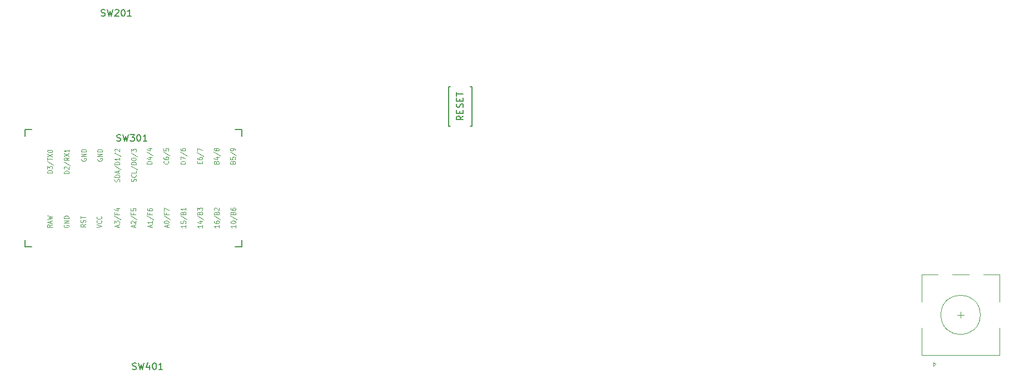
<source format=gto>
G04 #@! TF.GenerationSoftware,KiCad,Pcbnew,(5.1.9-0-10_14)*
G04 #@! TF.CreationDate,2021-08-28T22:47:01+09:00*
G04 #@! TF.ProjectId,kbd-template,6b62642d-7465-46d7-906c-6174652e6b69,rev?*
G04 #@! TF.SameCoordinates,Original*
G04 #@! TF.FileFunction,Legend,Top*
G04 #@! TF.FilePolarity,Positive*
%FSLAX46Y46*%
G04 Gerber Fmt 4.6, Leading zero omitted, Abs format (unit mm)*
G04 Created by KiCad (PCBNEW (5.1.9-0-10_14)) date 2021-08-28 22:47:01*
%MOMM*%
%LPD*%
G01*
G04 APERTURE LIST*
%ADD10C,0.150000*%
%ADD11C,0.120000*%
%ADD12C,0.125000*%
G04 APERTURE END LIST*
D10*
X58900000Y-9350000D02*
X58900000Y-3350000D01*
X58900000Y-3350000D02*
X58650000Y-3350000D01*
X58900000Y-9350000D02*
X58650000Y-9350000D01*
X55400000Y-9350000D02*
X55650000Y-9350000D01*
X55400000Y-9350000D02*
X55400000Y-3350000D01*
X55400000Y-3350000D02*
X55650000Y-3350000D01*
X23894000Y-9896000D02*
X23894000Y-10906000D01*
X23894000Y-27696000D02*
X23894000Y-26696000D01*
X22894000Y-9896000D02*
X23894000Y-9896000D01*
X22844000Y-27696000D02*
X23894000Y-27696000D01*
X-9156000Y-9896000D02*
X-9156000Y-10846000D01*
X-9156000Y-27696000D02*
X-9156000Y-26696000D01*
X-9156000Y-9896000D02*
X-8156000Y-9896000D01*
X-9156000Y-27696000D02*
X-8156000Y-27696000D01*
D11*
X133350000Y-38600000D02*
X133350000Y-37600000D01*
X132850000Y-38100000D02*
X133850000Y-38100000D01*
X136850000Y-32000000D02*
X139250000Y-32000000D01*
X132050000Y-32000000D02*
X134650000Y-32000000D01*
X127450000Y-32000000D02*
X129850000Y-32000000D01*
X139250000Y-40100000D02*
X139250000Y-44200000D01*
X139250000Y-32000000D02*
X139250000Y-36100000D01*
X127450000Y-36100000D02*
X127450000Y-32000000D01*
X129250000Y-45300000D02*
X129550000Y-45600000D01*
X129250000Y-45900000D02*
X129250000Y-45300000D01*
X129550000Y-45600000D02*
X129250000Y-45900000D01*
X127450000Y-44200000D02*
X139250000Y-44200000D01*
X127450000Y-40100000D02*
X127450000Y-44200000D01*
X136350000Y-38100000D02*
G75*
G03*
X136350000Y-38100000I-3000000J0D01*
G01*
D10*
X7239285Y-46378761D02*
X7382142Y-46426380D01*
X7620238Y-46426380D01*
X7715476Y-46378761D01*
X7763095Y-46331142D01*
X7810714Y-46235904D01*
X7810714Y-46140666D01*
X7763095Y-46045428D01*
X7715476Y-45997809D01*
X7620238Y-45950190D01*
X7429761Y-45902571D01*
X7334523Y-45854952D01*
X7286904Y-45807333D01*
X7239285Y-45712095D01*
X7239285Y-45616857D01*
X7286904Y-45521619D01*
X7334523Y-45474000D01*
X7429761Y-45426380D01*
X7667857Y-45426380D01*
X7810714Y-45474000D01*
X8144047Y-45426380D02*
X8382142Y-46426380D01*
X8572619Y-45712095D01*
X8763095Y-46426380D01*
X9001190Y-45426380D01*
X9810714Y-45759714D02*
X9810714Y-46426380D01*
X9572619Y-45378761D02*
X9334523Y-46093047D01*
X9953571Y-46093047D01*
X10525000Y-45426380D02*
X10620238Y-45426380D01*
X10715476Y-45474000D01*
X10763095Y-45521619D01*
X10810714Y-45616857D01*
X10858333Y-45807333D01*
X10858333Y-46045428D01*
X10810714Y-46235904D01*
X10763095Y-46331142D01*
X10715476Y-46378761D01*
X10620238Y-46426380D01*
X10525000Y-46426380D01*
X10429761Y-46378761D01*
X10382142Y-46331142D01*
X10334523Y-46235904D01*
X10286904Y-46045428D01*
X10286904Y-45807333D01*
X10334523Y-45616857D01*
X10382142Y-45521619D01*
X10429761Y-45474000D01*
X10525000Y-45426380D01*
X11810714Y-46426380D02*
X11239285Y-46426380D01*
X11525000Y-46426380D02*
X11525000Y-45426380D01*
X11429761Y-45569238D01*
X11334523Y-45664476D01*
X11239285Y-45712095D01*
X4858285Y-11580761D02*
X5001142Y-11628380D01*
X5239238Y-11628380D01*
X5334476Y-11580761D01*
X5382095Y-11533142D01*
X5429714Y-11437904D01*
X5429714Y-11342666D01*
X5382095Y-11247428D01*
X5334476Y-11199809D01*
X5239238Y-11152190D01*
X5048761Y-11104571D01*
X4953523Y-11056952D01*
X4905904Y-11009333D01*
X4858285Y-10914095D01*
X4858285Y-10818857D01*
X4905904Y-10723619D01*
X4953523Y-10676000D01*
X5048761Y-10628380D01*
X5286857Y-10628380D01*
X5429714Y-10676000D01*
X5763047Y-10628380D02*
X6001142Y-11628380D01*
X6191619Y-10914095D01*
X6382095Y-11628380D01*
X6620190Y-10628380D01*
X6905904Y-10628380D02*
X7524952Y-10628380D01*
X7191619Y-11009333D01*
X7334476Y-11009333D01*
X7429714Y-11056952D01*
X7477333Y-11104571D01*
X7524952Y-11199809D01*
X7524952Y-11437904D01*
X7477333Y-11533142D01*
X7429714Y-11580761D01*
X7334476Y-11628380D01*
X7048761Y-11628380D01*
X6953523Y-11580761D01*
X6905904Y-11533142D01*
X8144000Y-10628380D02*
X8239238Y-10628380D01*
X8334476Y-10676000D01*
X8382095Y-10723619D01*
X8429714Y-10818857D01*
X8477333Y-11009333D01*
X8477333Y-11247428D01*
X8429714Y-11437904D01*
X8382095Y-11533142D01*
X8334476Y-11580761D01*
X8239238Y-11628380D01*
X8144000Y-11628380D01*
X8048761Y-11580761D01*
X8001142Y-11533142D01*
X7953523Y-11437904D01*
X7905904Y-11247428D01*
X7905904Y-11009333D01*
X7953523Y-10818857D01*
X8001142Y-10723619D01*
X8048761Y-10676000D01*
X8144000Y-10628380D01*
X9429714Y-11628380D02*
X8858285Y-11628380D01*
X9144000Y-11628380D02*
X9144000Y-10628380D01*
X9048761Y-10771238D01*
X8953523Y-10866476D01*
X8858285Y-10914095D01*
X2477285Y7469238D02*
X2620142Y7421619D01*
X2858238Y7421619D01*
X2953476Y7469238D01*
X3001095Y7516857D01*
X3048714Y7612095D01*
X3048714Y7707333D01*
X3001095Y7802571D01*
X2953476Y7850190D01*
X2858238Y7897809D01*
X2667761Y7945428D01*
X2572523Y7993047D01*
X2524904Y8040666D01*
X2477285Y8135904D01*
X2477285Y8231142D01*
X2524904Y8326380D01*
X2572523Y8374000D01*
X2667761Y8421619D01*
X2905857Y8421619D01*
X3048714Y8374000D01*
X3382047Y8421619D02*
X3620142Y7421619D01*
X3810619Y8135904D01*
X4001095Y7421619D01*
X4239190Y8421619D01*
X4572523Y8326380D02*
X4620142Y8374000D01*
X4715380Y8421619D01*
X4953476Y8421619D01*
X5048714Y8374000D01*
X5096333Y8326380D01*
X5143952Y8231142D01*
X5143952Y8135904D01*
X5096333Y7993047D01*
X4524904Y7421619D01*
X5143952Y7421619D01*
X5763000Y8421619D02*
X5858238Y8421619D01*
X5953476Y8374000D01*
X6001095Y8326380D01*
X6048714Y8231142D01*
X6096333Y8040666D01*
X6096333Y7802571D01*
X6048714Y7612095D01*
X6001095Y7516857D01*
X5953476Y7469238D01*
X5858238Y7421619D01*
X5763000Y7421619D01*
X5667761Y7469238D01*
X5620142Y7516857D01*
X5572523Y7612095D01*
X5524904Y7802571D01*
X5524904Y8040666D01*
X5572523Y8231142D01*
X5620142Y8326380D01*
X5667761Y8374000D01*
X5763000Y8421619D01*
X7048714Y7421619D02*
X6477285Y7421619D01*
X6763000Y7421619D02*
X6763000Y8421619D01*
X6667761Y8278761D01*
X6572523Y8183523D01*
X6477285Y8135904D01*
X57602380Y-7802380D02*
X57126190Y-8135714D01*
X57602380Y-8373809D02*
X56602380Y-8373809D01*
X56602380Y-7992857D01*
X56650000Y-7897619D01*
X56697619Y-7850000D01*
X56792857Y-7802380D01*
X56935714Y-7802380D01*
X57030952Y-7850000D01*
X57078571Y-7897619D01*
X57126190Y-7992857D01*
X57126190Y-8373809D01*
X57078571Y-7373809D02*
X57078571Y-7040476D01*
X57602380Y-6897619D02*
X57602380Y-7373809D01*
X56602380Y-7373809D01*
X56602380Y-6897619D01*
X57554761Y-6516666D02*
X57602380Y-6373809D01*
X57602380Y-6135714D01*
X57554761Y-6040476D01*
X57507142Y-5992857D01*
X57411904Y-5945238D01*
X57316666Y-5945238D01*
X57221428Y-5992857D01*
X57173809Y-6040476D01*
X57126190Y-6135714D01*
X57078571Y-6326190D01*
X57030952Y-6421428D01*
X56983333Y-6469047D01*
X56888095Y-6516666D01*
X56792857Y-6516666D01*
X56697619Y-6469047D01*
X56650000Y-6421428D01*
X56602380Y-6326190D01*
X56602380Y-6088095D01*
X56650000Y-5945238D01*
X57078571Y-5516666D02*
X57078571Y-5183333D01*
X57602380Y-5040476D02*
X57602380Y-5516666D01*
X56602380Y-5516666D01*
X56602380Y-5040476D01*
X56602380Y-4754761D02*
X56602380Y-4183333D01*
X57602380Y-4469047D02*
X56602380Y-4469047D01*
D12*
X19990428Y-14847190D02*
X20026142Y-14751476D01*
X20061857Y-14719571D01*
X20133285Y-14687666D01*
X20240428Y-14687666D01*
X20311857Y-14719571D01*
X20347571Y-14751476D01*
X20383285Y-14815285D01*
X20383285Y-15070523D01*
X19633285Y-15070523D01*
X19633285Y-14847190D01*
X19669000Y-14783380D01*
X19704714Y-14751476D01*
X19776142Y-14719571D01*
X19847571Y-14719571D01*
X19919000Y-14751476D01*
X19954714Y-14783380D01*
X19990428Y-14847190D01*
X19990428Y-15070523D01*
X19883285Y-14113380D02*
X20383285Y-14113380D01*
X19597571Y-14272904D02*
X20133285Y-14432428D01*
X20133285Y-14017666D01*
X19597571Y-13283857D02*
X20561857Y-13858142D01*
X19954714Y-12964809D02*
X19919000Y-13028619D01*
X19883285Y-13060523D01*
X19811857Y-13092428D01*
X19776142Y-13092428D01*
X19704714Y-13060523D01*
X19669000Y-13028619D01*
X19633285Y-12964809D01*
X19633285Y-12837190D01*
X19669000Y-12773380D01*
X19704714Y-12741476D01*
X19776142Y-12709571D01*
X19811857Y-12709571D01*
X19883285Y-12741476D01*
X19919000Y-12773380D01*
X19954714Y-12837190D01*
X19954714Y-12964809D01*
X19990428Y-13028619D01*
X20026142Y-13060523D01*
X20097571Y-13092428D01*
X20240428Y-13092428D01*
X20311857Y-13060523D01*
X20347571Y-13028619D01*
X20383285Y-12964809D01*
X20383285Y-12837190D01*
X20347571Y-12773380D01*
X20311857Y-12741476D01*
X20240428Y-12709571D01*
X20097571Y-12709571D01*
X20026142Y-12741476D01*
X19990428Y-12773380D01*
X19954714Y-12837190D01*
X-2416714Y-16544571D02*
X-3166714Y-16544571D01*
X-3166714Y-16385047D01*
X-3131000Y-16289333D01*
X-3059571Y-16225523D01*
X-2988142Y-16193619D01*
X-2845285Y-16161714D01*
X-2738142Y-16161714D01*
X-2595285Y-16193619D01*
X-2523857Y-16225523D01*
X-2452428Y-16289333D01*
X-2416714Y-16385047D01*
X-2416714Y-16544571D01*
X-3095285Y-15906476D02*
X-3131000Y-15874571D01*
X-3166714Y-15810761D01*
X-3166714Y-15651238D01*
X-3131000Y-15587428D01*
X-3095285Y-15555523D01*
X-3023857Y-15523619D01*
X-2952428Y-15523619D01*
X-2845285Y-15555523D01*
X-2416714Y-15938380D01*
X-2416714Y-15523619D01*
X-3202428Y-14757904D02*
X-2238142Y-15332190D01*
X-2416714Y-14151714D02*
X-2773857Y-14375047D01*
X-2416714Y-14534571D02*
X-3166714Y-14534571D01*
X-3166714Y-14279333D01*
X-3131000Y-14215523D01*
X-3095285Y-14183619D01*
X-3023857Y-14151714D01*
X-2916714Y-14151714D01*
X-2845285Y-14183619D01*
X-2809571Y-14215523D01*
X-2773857Y-14279333D01*
X-2773857Y-14534571D01*
X-3166714Y-13928380D02*
X-2416714Y-13481714D01*
X-3166714Y-13481714D02*
X-2416714Y-13928380D01*
X-2416714Y-12875523D02*
X-2416714Y-13258380D01*
X-2416714Y-13066952D02*
X-3166714Y-13066952D01*
X-3059571Y-13130761D01*
X-2988142Y-13194571D01*
X-2952428Y-13258380D01*
X22490428Y-14847190D02*
X22526142Y-14751476D01*
X22561857Y-14719571D01*
X22633285Y-14687666D01*
X22740428Y-14687666D01*
X22811857Y-14719571D01*
X22847571Y-14751476D01*
X22883285Y-14815285D01*
X22883285Y-15070523D01*
X22133285Y-15070523D01*
X22133285Y-14847190D01*
X22169000Y-14783380D01*
X22204714Y-14751476D01*
X22276142Y-14719571D01*
X22347571Y-14719571D01*
X22419000Y-14751476D01*
X22454714Y-14783380D01*
X22490428Y-14847190D01*
X22490428Y-15070523D01*
X22133285Y-14081476D02*
X22133285Y-14400523D01*
X22490428Y-14432428D01*
X22454714Y-14400523D01*
X22419000Y-14336714D01*
X22419000Y-14177190D01*
X22454714Y-14113380D01*
X22490428Y-14081476D01*
X22561857Y-14049571D01*
X22740428Y-14049571D01*
X22811857Y-14081476D01*
X22847571Y-14113380D01*
X22883285Y-14177190D01*
X22883285Y-14336714D01*
X22847571Y-14400523D01*
X22811857Y-14432428D01*
X22097571Y-13283857D02*
X23061857Y-13858142D01*
X22883285Y-13028619D02*
X22883285Y-12901000D01*
X22847571Y-12837190D01*
X22811857Y-12805285D01*
X22704714Y-12741476D01*
X22561857Y-12709571D01*
X22276142Y-12709571D01*
X22204714Y-12741476D01*
X22169000Y-12773380D01*
X22133285Y-12837190D01*
X22133285Y-12964809D01*
X22169000Y-13028619D01*
X22204714Y-13060523D01*
X22276142Y-13092428D01*
X22454714Y-13092428D01*
X22526142Y-13060523D01*
X22561857Y-13028619D01*
X22597571Y-12964809D01*
X22597571Y-12837190D01*
X22561857Y-12773380D01*
X22526142Y-12741476D01*
X22454714Y-12709571D01*
X12661857Y-14687666D02*
X12697571Y-14719571D01*
X12733285Y-14815285D01*
X12733285Y-14879095D01*
X12697571Y-14974809D01*
X12626142Y-15038619D01*
X12554714Y-15070523D01*
X12411857Y-15102428D01*
X12304714Y-15102428D01*
X12161857Y-15070523D01*
X12090428Y-15038619D01*
X12019000Y-14974809D01*
X11983285Y-14879095D01*
X11983285Y-14815285D01*
X12019000Y-14719571D01*
X12054714Y-14687666D01*
X11983285Y-14113380D02*
X11983285Y-14241000D01*
X12019000Y-14304809D01*
X12054714Y-14336714D01*
X12161857Y-14400523D01*
X12304714Y-14432428D01*
X12590428Y-14432428D01*
X12661857Y-14400523D01*
X12697571Y-14368619D01*
X12733285Y-14304809D01*
X12733285Y-14177190D01*
X12697571Y-14113380D01*
X12661857Y-14081476D01*
X12590428Y-14049571D01*
X12411857Y-14049571D01*
X12340428Y-14081476D01*
X12304714Y-14113380D01*
X12269000Y-14177190D01*
X12269000Y-14304809D01*
X12304714Y-14368619D01*
X12340428Y-14400523D01*
X12411857Y-14432428D01*
X11947571Y-13283857D02*
X12911857Y-13858142D01*
X11983285Y-12741476D02*
X11983285Y-13060523D01*
X12340428Y-13092428D01*
X12304714Y-13060523D01*
X12269000Y-12996714D01*
X12269000Y-12837190D01*
X12304714Y-12773380D01*
X12340428Y-12741476D01*
X12411857Y-12709571D01*
X12590428Y-12709571D01*
X12661857Y-12741476D01*
X12697571Y-12773380D01*
X12733285Y-12837190D01*
X12733285Y-12996714D01*
X12697571Y-13060523D01*
X12661857Y-13092428D01*
X7747571Y-17768619D02*
X7783285Y-17672904D01*
X7783285Y-17513380D01*
X7747571Y-17449571D01*
X7711857Y-17417666D01*
X7640428Y-17385761D01*
X7569000Y-17385761D01*
X7497571Y-17417666D01*
X7461857Y-17449571D01*
X7426142Y-17513380D01*
X7390428Y-17641000D01*
X7354714Y-17704809D01*
X7319000Y-17736714D01*
X7247571Y-17768619D01*
X7176142Y-17768619D01*
X7104714Y-17736714D01*
X7069000Y-17704809D01*
X7033285Y-17641000D01*
X7033285Y-17481476D01*
X7069000Y-17385761D01*
X7711857Y-16715761D02*
X7747571Y-16747666D01*
X7783285Y-16843380D01*
X7783285Y-16907190D01*
X7747571Y-17002904D01*
X7676142Y-17066714D01*
X7604714Y-17098619D01*
X7461857Y-17130523D01*
X7354714Y-17130523D01*
X7211857Y-17098619D01*
X7140428Y-17066714D01*
X7069000Y-17002904D01*
X7033285Y-16907190D01*
X7033285Y-16843380D01*
X7069000Y-16747666D01*
X7104714Y-16715761D01*
X7783285Y-16109571D02*
X7783285Y-16428619D01*
X7033285Y-16428619D01*
X6997571Y-15407666D02*
X7961857Y-15981952D01*
X7783285Y-15184333D02*
X7033285Y-15184333D01*
X7033285Y-15024809D01*
X7069000Y-14929095D01*
X7140428Y-14865285D01*
X7211857Y-14833380D01*
X7354714Y-14801476D01*
X7461857Y-14801476D01*
X7604714Y-14833380D01*
X7676142Y-14865285D01*
X7747571Y-14929095D01*
X7783285Y-15024809D01*
X7783285Y-15184333D01*
X7033285Y-14386714D02*
X7033285Y-14322904D01*
X7069000Y-14259095D01*
X7104714Y-14227190D01*
X7176142Y-14195285D01*
X7319000Y-14163380D01*
X7497571Y-14163380D01*
X7640428Y-14195285D01*
X7711857Y-14227190D01*
X7747571Y-14259095D01*
X7783285Y-14322904D01*
X7783285Y-14386714D01*
X7747571Y-14450523D01*
X7711857Y-14482428D01*
X7640428Y-14514333D01*
X7497571Y-14546238D01*
X7319000Y-14546238D01*
X7176142Y-14514333D01*
X7104714Y-14482428D01*
X7069000Y-14450523D01*
X7033285Y-14386714D01*
X6997571Y-13397666D02*
X7961857Y-13971952D01*
X7033285Y-13238142D02*
X7033285Y-12823380D01*
X7319000Y-13046714D01*
X7319000Y-12951000D01*
X7354714Y-12887190D01*
X7390428Y-12855285D01*
X7461857Y-12823380D01*
X7640428Y-12823380D01*
X7711857Y-12855285D01*
X7747571Y-12887190D01*
X7783285Y-12951000D01*
X7783285Y-13142428D01*
X7747571Y-13206238D01*
X7711857Y-13238142D01*
X5247571Y-17784571D02*
X5283285Y-17688857D01*
X5283285Y-17529333D01*
X5247571Y-17465523D01*
X5211857Y-17433619D01*
X5140428Y-17401714D01*
X5069000Y-17401714D01*
X4997571Y-17433619D01*
X4961857Y-17465523D01*
X4926142Y-17529333D01*
X4890428Y-17656952D01*
X4854714Y-17720761D01*
X4819000Y-17752666D01*
X4747571Y-17784571D01*
X4676142Y-17784571D01*
X4604714Y-17752666D01*
X4569000Y-17720761D01*
X4533285Y-17656952D01*
X4533285Y-17497428D01*
X4569000Y-17401714D01*
X5283285Y-17114571D02*
X4533285Y-17114571D01*
X4533285Y-16955047D01*
X4569000Y-16859333D01*
X4640428Y-16795523D01*
X4711857Y-16763619D01*
X4854714Y-16731714D01*
X4961857Y-16731714D01*
X5104714Y-16763619D01*
X5176142Y-16795523D01*
X5247571Y-16859333D01*
X5283285Y-16955047D01*
X5283285Y-17114571D01*
X5069000Y-16476476D02*
X5069000Y-16157428D01*
X5283285Y-16540285D02*
X4533285Y-16316952D01*
X5283285Y-16093619D01*
X4497571Y-15391714D02*
X5461857Y-15966000D01*
X5283285Y-15168380D02*
X4533285Y-15168380D01*
X4533285Y-15008857D01*
X4569000Y-14913142D01*
X4640428Y-14849333D01*
X4711857Y-14817428D01*
X4854714Y-14785523D01*
X4961857Y-14785523D01*
X5104714Y-14817428D01*
X5176142Y-14849333D01*
X5247571Y-14913142D01*
X5283285Y-15008857D01*
X5283285Y-15168380D01*
X5283285Y-14147428D02*
X5283285Y-14530285D01*
X5283285Y-14338857D02*
X4533285Y-14338857D01*
X4640428Y-14402666D01*
X4711857Y-14466476D01*
X4747571Y-14530285D01*
X4497571Y-13381714D02*
X5461857Y-13956000D01*
X4604714Y-13190285D02*
X4569000Y-13158380D01*
X4533285Y-13094571D01*
X4533285Y-12935047D01*
X4569000Y-12871238D01*
X4604714Y-12839333D01*
X4676142Y-12807428D01*
X4747571Y-12807428D01*
X4854714Y-12839333D01*
X5283285Y-13222190D01*
X5283285Y-12807428D01*
X10183285Y-15070523D02*
X9433285Y-15070523D01*
X9433285Y-14911000D01*
X9469000Y-14815285D01*
X9540428Y-14751476D01*
X9611857Y-14719571D01*
X9754714Y-14687666D01*
X9861857Y-14687666D01*
X10004714Y-14719571D01*
X10076142Y-14751476D01*
X10147571Y-14815285D01*
X10183285Y-14911000D01*
X10183285Y-15070523D01*
X9683285Y-14113380D02*
X10183285Y-14113380D01*
X9397571Y-14272904D02*
X9933285Y-14432428D01*
X9933285Y-14017666D01*
X9397571Y-13283857D02*
X10361857Y-13858142D01*
X9683285Y-12773380D02*
X10183285Y-12773380D01*
X9397571Y-12932904D02*
X9933285Y-13092428D01*
X9933285Y-12677666D01*
X-4966714Y-16464809D02*
X-5716714Y-16464809D01*
X-5716714Y-16305285D01*
X-5681000Y-16209571D01*
X-5609571Y-16145761D01*
X-5538142Y-16113857D01*
X-5395285Y-16081952D01*
X-5288142Y-16081952D01*
X-5145285Y-16113857D01*
X-5073857Y-16145761D01*
X-5002428Y-16209571D01*
X-4966714Y-16305285D01*
X-4966714Y-16464809D01*
X-5716714Y-15858619D02*
X-5716714Y-15443857D01*
X-5431000Y-15667190D01*
X-5431000Y-15571476D01*
X-5395285Y-15507666D01*
X-5359571Y-15475761D01*
X-5288142Y-15443857D01*
X-5109571Y-15443857D01*
X-5038142Y-15475761D01*
X-5002428Y-15507666D01*
X-4966714Y-15571476D01*
X-4966714Y-15762904D01*
X-5002428Y-15826714D01*
X-5038142Y-15858619D01*
X-5752428Y-14678142D02*
X-4788142Y-15252428D01*
X-5716714Y-14550523D02*
X-5716714Y-14167666D01*
X-4966714Y-14359095D02*
X-5716714Y-14359095D01*
X-5716714Y-14008142D02*
X-4966714Y-13561476D01*
X-5716714Y-13561476D02*
X-4966714Y-14008142D01*
X-5716714Y-13178619D02*
X-5716714Y-13114809D01*
X-5681000Y-13051000D01*
X-5645285Y-13019095D01*
X-5573857Y-12987190D01*
X-5431000Y-12955285D01*
X-5252428Y-12955285D01*
X-5109571Y-12987190D01*
X-5038142Y-13019095D01*
X-5002428Y-13051000D01*
X-4966714Y-13114809D01*
X-4966714Y-13178619D01*
X-5002428Y-13242428D01*
X-5038142Y-13274333D01*
X-5109571Y-13306238D01*
X-5252428Y-13338142D01*
X-5431000Y-13338142D01*
X-5573857Y-13306238D01*
X-5645285Y-13274333D01*
X-5681000Y-13242428D01*
X-5716714Y-13178619D01*
X1919000Y-14281476D02*
X1883285Y-14345285D01*
X1883285Y-14441000D01*
X1919000Y-14536714D01*
X1990428Y-14600523D01*
X2061857Y-14632428D01*
X2204714Y-14664333D01*
X2311857Y-14664333D01*
X2454714Y-14632428D01*
X2526142Y-14600523D01*
X2597571Y-14536714D01*
X2633285Y-14441000D01*
X2633285Y-14377190D01*
X2597571Y-14281476D01*
X2561857Y-14249571D01*
X2311857Y-14249571D01*
X2311857Y-14377190D01*
X2633285Y-13962428D02*
X1883285Y-13962428D01*
X2633285Y-13579571D01*
X1883285Y-13579571D01*
X2633285Y-13260523D02*
X1883285Y-13260523D01*
X1883285Y-13101000D01*
X1919000Y-13005285D01*
X1990428Y-12941476D01*
X2061857Y-12909571D01*
X2204714Y-12877666D01*
X2311857Y-12877666D01*
X2454714Y-12909571D01*
X2526142Y-12941476D01*
X2597571Y-13005285D01*
X2633285Y-13101000D01*
X2633285Y-13260523D01*
X-531000Y-14281476D02*
X-566714Y-14345285D01*
X-566714Y-14441000D01*
X-531000Y-14536714D01*
X-459571Y-14600523D01*
X-388142Y-14632428D01*
X-245285Y-14664333D01*
X-138142Y-14664333D01*
X4714Y-14632428D01*
X76142Y-14600523D01*
X147571Y-14536714D01*
X183285Y-14441000D01*
X183285Y-14377190D01*
X147571Y-14281476D01*
X111857Y-14249571D01*
X-138142Y-14249571D01*
X-138142Y-14377190D01*
X183285Y-13962428D02*
X-566714Y-13962428D01*
X183285Y-13579571D01*
X-566714Y-13579571D01*
X183285Y-13260523D02*
X-566714Y-13260523D01*
X-566714Y-13101000D01*
X-531000Y-13005285D01*
X-459571Y-12941476D01*
X-388142Y-12909571D01*
X-245285Y-12877666D01*
X-138142Y-12877666D01*
X4714Y-12909571D01*
X76142Y-12941476D01*
X147571Y-13005285D01*
X183285Y-13101000D01*
X183285Y-13260523D01*
X15283285Y-15070523D02*
X14533285Y-15070523D01*
X14533285Y-14911000D01*
X14569000Y-14815285D01*
X14640428Y-14751476D01*
X14711857Y-14719571D01*
X14854714Y-14687666D01*
X14961857Y-14687666D01*
X15104714Y-14719571D01*
X15176142Y-14751476D01*
X15247571Y-14815285D01*
X15283285Y-14911000D01*
X15283285Y-15070523D01*
X14533285Y-14464333D02*
X14533285Y-14017666D01*
X15283285Y-14304809D01*
X14497571Y-13283857D02*
X15461857Y-13858142D01*
X14533285Y-12773380D02*
X14533285Y-12901000D01*
X14569000Y-12964809D01*
X14604714Y-12996714D01*
X14711857Y-13060523D01*
X14854714Y-13092428D01*
X15140428Y-13092428D01*
X15211857Y-13060523D01*
X15247571Y-13028619D01*
X15283285Y-12964809D01*
X15283285Y-12837190D01*
X15247571Y-12773380D01*
X15211857Y-12741476D01*
X15140428Y-12709571D01*
X14961857Y-12709571D01*
X14890428Y-12741476D01*
X14854714Y-12773380D01*
X14819000Y-12837190D01*
X14819000Y-12964809D01*
X14854714Y-13028619D01*
X14890428Y-13060523D01*
X14961857Y-13092428D01*
X17440428Y-15038619D02*
X17440428Y-14815285D01*
X17833285Y-14719571D02*
X17833285Y-15038619D01*
X17083285Y-15038619D01*
X17083285Y-14719571D01*
X17083285Y-14145285D02*
X17083285Y-14272904D01*
X17119000Y-14336714D01*
X17154714Y-14368619D01*
X17261857Y-14432428D01*
X17404714Y-14464333D01*
X17690428Y-14464333D01*
X17761857Y-14432428D01*
X17797571Y-14400523D01*
X17833285Y-14336714D01*
X17833285Y-14209095D01*
X17797571Y-14145285D01*
X17761857Y-14113380D01*
X17690428Y-14081476D01*
X17511857Y-14081476D01*
X17440428Y-14113380D01*
X17404714Y-14145285D01*
X17369000Y-14209095D01*
X17369000Y-14336714D01*
X17404714Y-14400523D01*
X17440428Y-14432428D01*
X17511857Y-14464333D01*
X17047571Y-13315761D02*
X18011857Y-13890047D01*
X17083285Y-13156238D02*
X17083285Y-12709571D01*
X17833285Y-12996714D01*
X20433285Y-24423619D02*
X20433285Y-24806476D01*
X20433285Y-24615047D02*
X19683285Y-24615047D01*
X19790428Y-24678857D01*
X19861857Y-24742666D01*
X19897571Y-24806476D01*
X19683285Y-23849333D02*
X19683285Y-23976952D01*
X19719000Y-24040761D01*
X19754714Y-24072666D01*
X19861857Y-24136476D01*
X20004714Y-24168380D01*
X20290428Y-24168380D01*
X20361857Y-24136476D01*
X20397571Y-24104571D01*
X20433285Y-24040761D01*
X20433285Y-23913142D01*
X20397571Y-23849333D01*
X20361857Y-23817428D01*
X20290428Y-23785523D01*
X20111857Y-23785523D01*
X20040428Y-23817428D01*
X20004714Y-23849333D01*
X19969000Y-23913142D01*
X19969000Y-24040761D01*
X20004714Y-24104571D01*
X20040428Y-24136476D01*
X20111857Y-24168380D01*
X19647571Y-23019809D02*
X20611857Y-23594095D01*
X20040428Y-22573142D02*
X20076142Y-22477428D01*
X20111857Y-22445523D01*
X20183285Y-22413619D01*
X20290428Y-22413619D01*
X20361857Y-22445523D01*
X20397571Y-22477428D01*
X20433285Y-22541238D01*
X20433285Y-22796476D01*
X19683285Y-22796476D01*
X19683285Y-22573142D01*
X19719000Y-22509333D01*
X19754714Y-22477428D01*
X19826142Y-22445523D01*
X19897571Y-22445523D01*
X19969000Y-22477428D01*
X20004714Y-22509333D01*
X20040428Y-22573142D01*
X20040428Y-22796476D01*
X19754714Y-22158380D02*
X19719000Y-22126476D01*
X19683285Y-22062666D01*
X19683285Y-21903142D01*
X19719000Y-21839333D01*
X19754714Y-21807428D01*
X19826142Y-21775523D01*
X19897571Y-21775523D01*
X20004714Y-21807428D01*
X20433285Y-22190285D01*
X20433285Y-21775523D01*
X22933285Y-24423619D02*
X22933285Y-24806476D01*
X22933285Y-24615047D02*
X22183285Y-24615047D01*
X22290428Y-24678857D01*
X22361857Y-24742666D01*
X22397571Y-24806476D01*
X22183285Y-24008857D02*
X22183285Y-23945047D01*
X22219000Y-23881238D01*
X22254714Y-23849333D01*
X22326142Y-23817428D01*
X22469000Y-23785523D01*
X22647571Y-23785523D01*
X22790428Y-23817428D01*
X22861857Y-23849333D01*
X22897571Y-23881238D01*
X22933285Y-23945047D01*
X22933285Y-24008857D01*
X22897571Y-24072666D01*
X22861857Y-24104571D01*
X22790428Y-24136476D01*
X22647571Y-24168380D01*
X22469000Y-24168380D01*
X22326142Y-24136476D01*
X22254714Y-24104571D01*
X22219000Y-24072666D01*
X22183285Y-24008857D01*
X22147571Y-23019809D02*
X23111857Y-23594095D01*
X22540428Y-22573142D02*
X22576142Y-22477428D01*
X22611857Y-22445523D01*
X22683285Y-22413619D01*
X22790428Y-22413619D01*
X22861857Y-22445523D01*
X22897571Y-22477428D01*
X22933285Y-22541238D01*
X22933285Y-22796476D01*
X22183285Y-22796476D01*
X22183285Y-22573142D01*
X22219000Y-22509333D01*
X22254714Y-22477428D01*
X22326142Y-22445523D01*
X22397571Y-22445523D01*
X22469000Y-22477428D01*
X22504714Y-22509333D01*
X22540428Y-22573142D01*
X22540428Y-22796476D01*
X22183285Y-21839333D02*
X22183285Y-21966952D01*
X22219000Y-22030761D01*
X22254714Y-22062666D01*
X22361857Y-22126476D01*
X22504714Y-22158380D01*
X22790428Y-22158380D01*
X22861857Y-22126476D01*
X22897571Y-22094571D01*
X22933285Y-22030761D01*
X22933285Y-21903142D01*
X22897571Y-21839333D01*
X22861857Y-21807428D01*
X22790428Y-21775523D01*
X22611857Y-21775523D01*
X22540428Y-21807428D01*
X22504714Y-21839333D01*
X22469000Y-21903142D01*
X22469000Y-22030761D01*
X22504714Y-22094571D01*
X22540428Y-22126476D01*
X22611857Y-22158380D01*
X17883285Y-24423619D02*
X17883285Y-24806476D01*
X17883285Y-24615047D02*
X17133285Y-24615047D01*
X17240428Y-24678857D01*
X17311857Y-24742666D01*
X17347571Y-24806476D01*
X17383285Y-23849333D02*
X17883285Y-23849333D01*
X17097571Y-24008857D02*
X17633285Y-24168380D01*
X17633285Y-23753619D01*
X17097571Y-23019809D02*
X18061857Y-23594095D01*
X17490428Y-22573142D02*
X17526142Y-22477428D01*
X17561857Y-22445523D01*
X17633285Y-22413619D01*
X17740428Y-22413619D01*
X17811857Y-22445523D01*
X17847571Y-22477428D01*
X17883285Y-22541238D01*
X17883285Y-22796476D01*
X17133285Y-22796476D01*
X17133285Y-22573142D01*
X17169000Y-22509333D01*
X17204714Y-22477428D01*
X17276142Y-22445523D01*
X17347571Y-22445523D01*
X17419000Y-22477428D01*
X17454714Y-22509333D01*
X17490428Y-22573142D01*
X17490428Y-22796476D01*
X17133285Y-22190285D02*
X17133285Y-21775523D01*
X17419000Y-21998857D01*
X17419000Y-21903142D01*
X17454714Y-21839333D01*
X17490428Y-21807428D01*
X17561857Y-21775523D01*
X17740428Y-21775523D01*
X17811857Y-21807428D01*
X17847571Y-21839333D01*
X17883285Y-21903142D01*
X17883285Y-22094571D01*
X17847571Y-22158380D01*
X17811857Y-22190285D01*
X15333285Y-24423619D02*
X15333285Y-24806476D01*
X15333285Y-24615047D02*
X14583285Y-24615047D01*
X14690428Y-24678857D01*
X14761857Y-24742666D01*
X14797571Y-24806476D01*
X14583285Y-23817428D02*
X14583285Y-24136476D01*
X14940428Y-24168380D01*
X14904714Y-24136476D01*
X14869000Y-24072666D01*
X14869000Y-23913142D01*
X14904714Y-23849333D01*
X14940428Y-23817428D01*
X15011857Y-23785523D01*
X15190428Y-23785523D01*
X15261857Y-23817428D01*
X15297571Y-23849333D01*
X15333285Y-23913142D01*
X15333285Y-24072666D01*
X15297571Y-24136476D01*
X15261857Y-24168380D01*
X14547571Y-23019809D02*
X15511857Y-23594095D01*
X14940428Y-22573142D02*
X14976142Y-22477428D01*
X15011857Y-22445523D01*
X15083285Y-22413619D01*
X15190428Y-22413619D01*
X15261857Y-22445523D01*
X15297571Y-22477428D01*
X15333285Y-22541238D01*
X15333285Y-22796476D01*
X14583285Y-22796476D01*
X14583285Y-22573142D01*
X14619000Y-22509333D01*
X14654714Y-22477428D01*
X14726142Y-22445523D01*
X14797571Y-22445523D01*
X14869000Y-22477428D01*
X14904714Y-22509333D01*
X14940428Y-22573142D01*
X14940428Y-22796476D01*
X15333285Y-21775523D02*
X15333285Y-22158380D01*
X15333285Y-21966952D02*
X14583285Y-21966952D01*
X14690428Y-22030761D01*
X14761857Y-22094571D01*
X14797571Y-22158380D01*
X12569000Y-24726714D02*
X12569000Y-24407666D01*
X12783285Y-24790523D02*
X12033285Y-24567190D01*
X12783285Y-24343857D01*
X12033285Y-23992904D02*
X12033285Y-23929095D01*
X12069000Y-23865285D01*
X12104714Y-23833380D01*
X12176142Y-23801476D01*
X12319000Y-23769571D01*
X12497571Y-23769571D01*
X12640428Y-23801476D01*
X12711857Y-23833380D01*
X12747571Y-23865285D01*
X12783285Y-23929095D01*
X12783285Y-23992904D01*
X12747571Y-24056714D01*
X12711857Y-24088619D01*
X12640428Y-24120523D01*
X12497571Y-24152428D01*
X12319000Y-24152428D01*
X12176142Y-24120523D01*
X12104714Y-24088619D01*
X12069000Y-24056714D01*
X12033285Y-23992904D01*
X11997571Y-23003857D02*
X12961857Y-23578142D01*
X12390428Y-22557190D02*
X12390428Y-22780523D01*
X12783285Y-22780523D02*
X12033285Y-22780523D01*
X12033285Y-22461476D01*
X12033285Y-22270047D02*
X12033285Y-21823380D01*
X12783285Y-22110523D01*
X10019000Y-24726714D02*
X10019000Y-24407666D01*
X10233285Y-24790523D02*
X9483285Y-24567190D01*
X10233285Y-24343857D01*
X10233285Y-23769571D02*
X10233285Y-24152428D01*
X10233285Y-23961000D02*
X9483285Y-23961000D01*
X9590428Y-24024809D01*
X9661857Y-24088619D01*
X9697571Y-24152428D01*
X9447571Y-23003857D02*
X10411857Y-23578142D01*
X9840428Y-22557190D02*
X9840428Y-22780523D01*
X10233285Y-22780523D02*
X9483285Y-22780523D01*
X9483285Y-22461476D01*
X9483285Y-21919095D02*
X9483285Y-22046714D01*
X9519000Y-22110523D01*
X9554714Y-22142428D01*
X9661857Y-22206238D01*
X9804714Y-22238142D01*
X10090428Y-22238142D01*
X10161857Y-22206238D01*
X10197571Y-22174333D01*
X10233285Y-22110523D01*
X10233285Y-21982904D01*
X10197571Y-21919095D01*
X10161857Y-21887190D01*
X10090428Y-21855285D01*
X9911857Y-21855285D01*
X9840428Y-21887190D01*
X9804714Y-21919095D01*
X9769000Y-21982904D01*
X9769000Y-22110523D01*
X9804714Y-22174333D01*
X9840428Y-22206238D01*
X9911857Y-22238142D01*
X7519000Y-24726714D02*
X7519000Y-24407666D01*
X7733285Y-24790523D02*
X6983285Y-24567190D01*
X7733285Y-24343857D01*
X7054714Y-24152428D02*
X7019000Y-24120523D01*
X6983285Y-24056714D01*
X6983285Y-23897190D01*
X7019000Y-23833380D01*
X7054714Y-23801476D01*
X7126142Y-23769571D01*
X7197571Y-23769571D01*
X7304714Y-23801476D01*
X7733285Y-24184333D01*
X7733285Y-23769571D01*
X6947571Y-23003857D02*
X7911857Y-23578142D01*
X7340428Y-22557190D02*
X7340428Y-22780523D01*
X7733285Y-22780523D02*
X6983285Y-22780523D01*
X6983285Y-22461476D01*
X6983285Y-21887190D02*
X6983285Y-22206238D01*
X7340428Y-22238142D01*
X7304714Y-22206238D01*
X7269000Y-22142428D01*
X7269000Y-21982904D01*
X7304714Y-21919095D01*
X7340428Y-21887190D01*
X7411857Y-21855285D01*
X7590428Y-21855285D01*
X7661857Y-21887190D01*
X7697571Y-21919095D01*
X7733285Y-21982904D01*
X7733285Y-22142428D01*
X7697571Y-22206238D01*
X7661857Y-22238142D01*
X5019000Y-24726714D02*
X5019000Y-24407666D01*
X5233285Y-24790523D02*
X4483285Y-24567190D01*
X5233285Y-24343857D01*
X4483285Y-24184333D02*
X4483285Y-23769571D01*
X4769000Y-23992904D01*
X4769000Y-23897190D01*
X4804714Y-23833380D01*
X4840428Y-23801476D01*
X4911857Y-23769571D01*
X5090428Y-23769571D01*
X5161857Y-23801476D01*
X5197571Y-23833380D01*
X5233285Y-23897190D01*
X5233285Y-24088619D01*
X5197571Y-24152428D01*
X5161857Y-24184333D01*
X4447571Y-23003857D02*
X5411857Y-23578142D01*
X4840428Y-22557190D02*
X4840428Y-22780523D01*
X5233285Y-22780523D02*
X4483285Y-22780523D01*
X4483285Y-22461476D01*
X4733285Y-21919095D02*
X5233285Y-21919095D01*
X4447571Y-22078619D02*
X4983285Y-22238142D01*
X4983285Y-21823380D01*
X1783285Y-24804333D02*
X2533285Y-24581000D01*
X1783285Y-24357666D01*
X2461857Y-23751476D02*
X2497571Y-23783380D01*
X2533285Y-23879095D01*
X2533285Y-23942904D01*
X2497571Y-24038619D01*
X2426142Y-24102428D01*
X2354714Y-24134333D01*
X2211857Y-24166238D01*
X2104714Y-24166238D01*
X1961857Y-24134333D01*
X1890428Y-24102428D01*
X1819000Y-24038619D01*
X1783285Y-23942904D01*
X1783285Y-23879095D01*
X1819000Y-23783380D01*
X1854714Y-23751476D01*
X2461857Y-23081476D02*
X2497571Y-23113380D01*
X2533285Y-23209095D01*
X2533285Y-23272904D01*
X2497571Y-23368619D01*
X2426142Y-23432428D01*
X2354714Y-23464333D01*
X2211857Y-23496238D01*
X2104714Y-23496238D01*
X1961857Y-23464333D01*
X1890428Y-23432428D01*
X1819000Y-23368619D01*
X1783285Y-23272904D01*
X1783285Y-23209095D01*
X1819000Y-23113380D01*
X1854714Y-23081476D01*
X83285Y-24277904D02*
X-273857Y-24501238D01*
X83285Y-24660761D02*
X-666714Y-24660761D01*
X-666714Y-24405523D01*
X-631000Y-24341714D01*
X-595285Y-24309809D01*
X-523857Y-24277904D01*
X-416714Y-24277904D01*
X-345285Y-24309809D01*
X-309571Y-24341714D01*
X-273857Y-24405523D01*
X-273857Y-24660761D01*
X47571Y-24022666D02*
X83285Y-23926952D01*
X83285Y-23767428D01*
X47571Y-23703619D01*
X11857Y-23671714D01*
X-59571Y-23639809D01*
X-130999Y-23639809D01*
X-202428Y-23671714D01*
X-238142Y-23703619D01*
X-273857Y-23767428D01*
X-309571Y-23895047D01*
X-345285Y-23958857D01*
X-381000Y-23990761D01*
X-452428Y-24022666D01*
X-523857Y-24022666D01*
X-595285Y-23990761D01*
X-631000Y-23958857D01*
X-666714Y-23895047D01*
X-666714Y-23735523D01*
X-631000Y-23639809D01*
X-666714Y-23448380D02*
X-666714Y-23065523D01*
X83285Y-23256952D02*
X-666714Y-23256952D01*
X-3181000Y-24421476D02*
X-3216714Y-24485285D01*
X-3216714Y-24581000D01*
X-3181000Y-24676714D01*
X-3109571Y-24740523D01*
X-3038142Y-24772428D01*
X-2895285Y-24804333D01*
X-2788142Y-24804333D01*
X-2645285Y-24772428D01*
X-2573857Y-24740523D01*
X-2502428Y-24676714D01*
X-2466714Y-24581000D01*
X-2466714Y-24517190D01*
X-2502428Y-24421476D01*
X-2538142Y-24389571D01*
X-2788142Y-24389571D01*
X-2788142Y-24517190D01*
X-2466714Y-24102428D02*
X-3216714Y-24102428D01*
X-2466714Y-23719571D01*
X-3216714Y-23719571D01*
X-2466714Y-23400523D02*
X-3216714Y-23400523D01*
X-3216714Y-23241000D01*
X-3181000Y-23145285D01*
X-3109571Y-23081476D01*
X-3038142Y-23049571D01*
X-2895285Y-23017666D01*
X-2788142Y-23017666D01*
X-2645285Y-23049571D01*
X-2573857Y-23081476D01*
X-2502428Y-23145285D01*
X-2466714Y-23241000D01*
X-2466714Y-23400523D01*
X-5016714Y-24373619D02*
X-5373857Y-24596952D01*
X-5016714Y-24756476D02*
X-5766714Y-24756476D01*
X-5766714Y-24501238D01*
X-5731000Y-24437428D01*
X-5695285Y-24405523D01*
X-5623857Y-24373619D01*
X-5516714Y-24373619D01*
X-5445285Y-24405523D01*
X-5409571Y-24437428D01*
X-5373857Y-24501238D01*
X-5373857Y-24756476D01*
X-5231000Y-24118380D02*
X-5231000Y-23799333D01*
X-5016714Y-24182190D02*
X-5766714Y-23958857D01*
X-5016714Y-23735523D01*
X-5766714Y-23576000D02*
X-5016714Y-23416476D01*
X-5552428Y-23288857D01*
X-5016714Y-23161238D01*
X-5766714Y-23001714D01*
D10*
M02*

</source>
